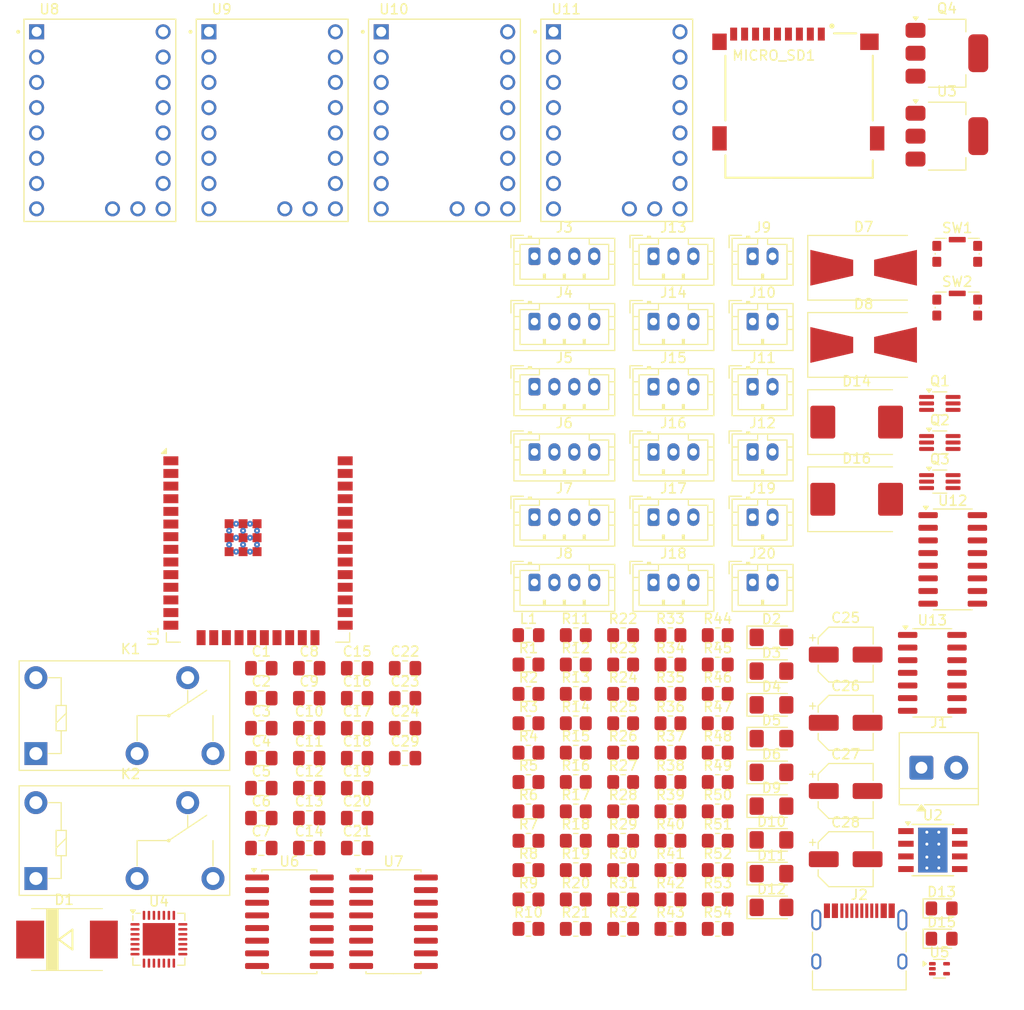
<source format=kicad_pcb>
(kicad_pcb (version 20241229) (generator "pcbnew") (generator_version "9.0")
  (layers (0 "F.Cu" signal) (2 "B.Cu" signal) (13 "F.Paste" user) (15 "B.Paste" user) (5 "F.SilkS" user "F.Silkscreen") (7 "B.SilkS" user "B.Silkscreen") (1 "F.Mask" user) (3 "B.Mask" user) (25 "Edge.Cuts" user))
  (net 0 "")
  (net 1 "GND")
  (net 2 "+3.3V")
  (net 3 "VDC")
  (net 4 "Net-(U2-SW)")
  (net 5 "Net-(U2-BOOT)")
  (net 6 "Net-(U2-COMP)")
  (net 7 "Net-(C7-Pad1)")
  (net 8 "+5V")
  (net 9 "ESP_EN")
  (net 10 "GPIO0")
  (net 11 "VBUS")
  (net 12 "I2S_MR")
  (net 13 "Net-(D2-K)")
  (net 14 "Net-(D3-K)")
  (net 15 "Net-(D3-A)")
  (net 16 "Net-(D4-A)")
  (net 17 "Net-(D4-K)")
  (net 18 "Net-(D5-K)")
  (net 19 "Net-(D5-A)")
  (net 20 "Net-(D6-K)")
  (net 21 "Net-(D6-A)")
  (net 22 "Net-(D7-A)")
  (net 23 "Net-(D8-A)")
  (net 24 "Net-(D9-A)")
  (net 25 "Net-(D10-A)")
  (net 26 "Net-(D11-A)")
  (net 27 "Net-(D12-A)")
  (net 28 "Net-(D13-A)")
  (net 29 "Net-(D14-A)")
  (net 30 "Net-(D15-A)")
  (net 31 "Net-(D16-A)")
  (net 32 "Net-(J2-CC1)")
  (net 33 "Net-(U4-D+)")
  (net 34 "Net-(U4-D-)")
  (net 35 "Net-(J2-CC2)")
  (net 36 "Net-(J3-Pin_3)")
  (net 37 "Net-(J3-Pin_2)")
  (net 38 "Net-(J3-Pin_4)")
  (net 39 "Net-(J3-Pin_1)")
  (net 40 "Net-(J4-Pin_2)")
  (net 41 "Net-(J4-Pin_3)")
  (net 42 "Net-(J4-Pin_1)")
  (net 43 "Net-(J4-Pin_4)")
  (net 44 "Net-(J5-Pin_4)")
  (net 45 "Net-(J5-Pin_3)")
  (net 46 "Net-(J5-Pin_1)")
  (net 47 "Net-(J5-Pin_2)")
  (net 48 "Net-(J6-Pin_2)")
  (net 49 "Net-(J6-Pin_4)")
  (net 50 "Net-(J6-Pin_1)")
  (net 51 "Net-(J6-Pin_3)")
  (net 52 "Net-(J9-Pin_1)")
  (net 53 "Net-(J10-Pin_1)")
  (net 54 "Net-(J11-Pin_1)")
  (net 55 "Net-(J12-Pin_1)")
  (net 56 "Net-(J13-Pin_3)")
  (net 57 "Net-(J14-Pin_3)")
  (net 58 "Net-(J15-Pin_3)")
  (net 59 "Net-(J16-Pin_3)")
  (net 60 "Net-(J17-Pin_2)")
  (net 61 "Net-(J17-Pin_1)")
  (net 62 "Net-(J17-Pin_3)")
  (net 63 "Net-(J18-Pin_3)")
  (net 64 "Net-(J18-Pin_1)")
  (net 65 "Net-(J18-Pin_2)")
  (net 67 "MOSI")
  (net 69 "MISO")
  (net 70 "SD_CS")
  (net 71 "SCK")
  (net 73 "Net-(Q1A-B1)")
  (net 74 "DTR")
  (net 75 "RST")
  (net 76 "Net-(Q1B-B2)")
  (net 77 "Net-(Q2B-B2)")
  (net 78 "Net-(Q3B-B2)")
  (net 79 "Net-(Q4A-G1)")
  (net 80 "Net-(U2-RT{slash}CLK)")
  (net 81 "Net-(U2-FB)")
  (net 82 "Net-(R9-Pad1)")
  (net 83 "Net-(R10-Pad1)")
  (net 84 "IN_1")
  (net 85 "Net-(R13-Pad1)")
  (net 86 "Net-(R14-Pad1)")
  (net 87 "IN_2")
  (net 88 "Net-(R16-Pad1)")
  (net 89 "IN_3")
  (net 90 "I2S_BCK")
  (net 91 "Z_DIAG")
  (net 92 "A_DIAG")
  (net 93 "Y_DIAG")
  (net 94 "X_DIAG")
  (net 95 "X_SETP")
  (net 96 "Y_SETP")
  (net 97 "Z_SETP")
  (net 98 "A_SETP")
  (net 99 "Net-(R31-Pad1)")
  (net 100 "IN_4")
  (net 101 "Net-(R33-Pad2)")
  (net 102 "Net-(R34-Pad2)")
  (net 103 "Net-(R35-Pad2)")
  (net 104 "Net-(R36-Pad2)")
  (net 105 "Net-(R41-Pad2)")
  (net 106 "PWM_1")
  (net 107 "PWM_2")
  (net 108 "Net-(R43-Pad2)")
  (net 109 "PWM_3")
  (net 110 "Net-(R45-Pad2)")
  (net 111 "PWM_4")
  (net 112 "Net-(R47-Pad2)")
  (net 113 "RELAY1")
  (net 114 "RELAY2")
  (net 115 "SW1")
  (net 116 "SW2")
  (net 117 "Net-(Q4B-G2)")
  (net 125 "I2S_DATA")
  (net 126 "I2S_WS")
  (net 127 "RX0")
  (net 128 "TX0")
  (net 129 "GPIO25")
  (net 150 "Y_CS")
  (net 151 "X_CS")
  (net 152 "Y_STEP")
  (net 153 "AHCT2")
  (net 154 "Y_EN")
  (net 155 "X_DIR")
  (net 156 "X_EN")
  (net 157 "Y_DIR")
  (net 158 "Z_DIR")
  (net 159 "A_EN")
  (net 160 "Z_EN")
  (net 161 "Z_STEP")
  (net 162 "A_DIR")
  (net 163 "Z_CS")
  (net 165 "A_CS")
  (net 166 "A_STEP")
  (footprint "Capacitor_SMD:C_0805_2012Metric_Pad1.18x1.45mm_HandSolder" (layer "F.Cu") (at 110.29 130.11)
    (property "Reference" "C7")
    (property "Value" "6.8nF")
  )
  (footprint "Resistor_SMD:R_0805_2012Metric_Pad1.20x1.40mm_HandSolder" (layer "F.Cu") (at 156.11 123.48)
    (property "Reference" "R49")
    (property "Value" "1k")
  )
  (footprint "Capacitor_SMD:C_0805_2012Metric_Pad1.18x1.45mm_HandSolder" (layer "F.Cu") (at 119.91 130.11)
    (property "Reference" "C21")
    (property "Value" "100nF")
  )
  (footprint "Connector_JST:JST_PH_B2B-PH-K_1x02_P2.00mm_Vertical" (layer "F.Cu") (at 159.61 83.78)
    (property "Reference" "J11")
    (property "Value" "Conn_01x02_Socket")
  )
  (footprint "Connector_JST:JST_PH_B2B-PH-K_1x02_P2.00mm_Vertical" (layer "F.Cu") (at 159.61 103.43)
    (property "Reference" "J20")
    (property "Value" "Conn_01x02_Pin")
  )
  (footprint "LED_SMD:LED_0805_2012Metric_Pad1.15x1.40mm_HandSolder" (layer "F.Cu") (at 178.585 136.175)
    (property "Reference" "D13")
    (property "Value" "LED")
  )
  (footprint "Capacitor_SMD:C_0805_2012Metric_Pad1.18x1.45mm_HandSolder" (layer "F.Cu") (at 110.29 124.09)
    (property "Reference" "C5")
    (property "Value" "100nF")
  )
  (footprint "Resistor_SMD:R_0805_2012Metric_Pad1.20x1.40mm_HandSolder" (layer "F.Cu") (at 146.61 135.28)
    (property "Reference" "R31")
    (property "Value" "1k")
  )
  (footprint "Capacitor_SMD:C_0805_2012Metric_Pad1.18x1.45mm_HandSolder" (layer "F.Cu") (at 110.29 127.1)
    (property "Reference" "C6")
    (property "Value" "39pF")
  )
  (footprint "Resistor_SMD:R_0805_2012Metric_Pad1.20x1.40mm_HandSolder" (layer "F.Cu") (at 141.86 120.53)
    (property "Reference" "R15")
    (property "Value" "10k")
  )
  (footprint "Resistor_SMD:R_0805_2012Metric_Pad1.20x1.40mm_HandSolder" (layer "F.Cu") (at 151.36 123.48)
    (property "Reference" "R38")
    (property "Value" "6.8k")
  )
  (footprint "LED_SMD:LED_0805_2012Metric_Pad1.15x1.40mm_HandSolder" (layer "F.Cu") (at 178.585 139.215)
    (property "Reference" "D15")
    (property "Value" "LED")
  )
  (footprint "Resistor_SMD:R_0805_2012Metric_Pad1.20x1.40mm_HandSolder" (layer "F.Cu") (at 156.11 132.33)
    (property "Reference" "R52")
    (property "Value" "R")
  )
  (footprint "Resistor_SMD:R_0805_2012Metric_Pad1.20x1.40mm_HandSolder" (layer "F.Cu") (at 137.11 129.38)
    (property "Reference" "R7")
    (property "Value" "R")
  )
  (footprint "Relay_THT:Relay_SPDT_Omron-G5Q-1" (layer "F.Cu") (at 87.66 120.62)
    (property "Reference" "K1")
    (property "Value" "Relay_SPDT")
  )
  (footprint "Resistor_SMD:R_0805_2012Metric_Pad1.20x1.40mm_HandSolder" (layer "F.Cu") (at 137.11 135.28)
    (property "Reference" "R9")
    (property "Value" "1k")
  )
  (footprint "Capacitor_SMD:C_0805_2012Metric_Pad1.18x1.45mm_HandSolder" (layer "F.Cu") (at 124.72 121.08)
    (property "Reference" "C29")
    (property "Value" "C")
  )
  (footprint "LED_SMD:LED_1206_3216Metric_Pad1.42x1.75mm_HandSolder" (layer "F.Cu") (at 161.505 108.95)
    (property "Reference" "D2")
    (property "Value" "LED")
  )
  (footprint "LED_SMD:LED_1206_3216Metric_Pad1.42x1.75mm_HandSolder" (layer "F.Cu") (at 161.505 122.51)
    (property "Reference" "D6")
    (property "Value" "LED")
  )
  (footprint "LED_SMD:LED_1206_3216Metric_Pad1.42x1.75mm_HandSolder" (layer "F.Cu") (at 161.505 129.29)
    (property "Reference" "D10")
    (property "Value" "LED")
  )
  (footprint "Capacitor_SMD:C_0805_2012Metric_Pad1.18x1.45mm_HandSolder" (layer "F.Cu") (at 119.91 112.05)
    (property "Reference" "C15")
    (property "Value" "10nF")
  )
  (footprint "TF-01A:TF-01A" (layer "F.Cu") (at 164.275 55.535)
    (property "Reference" "MICRO_SD1")
    (property "Value" "TF-01A")
  )
  (footprint "Resistor_SMD:R_0805_2012Metric_Pad1.20x1.40mm_HandSolder" (layer "F.Cu") (at 151.36 132.33)
    (property "Reference" "R41")
    (property "Value" "1k")
  )
  (footprint "Package_SO:SOIC-14_3.9x8.7mm_P1.27mm" (layer "F.Cu") (at 177.65 112.515)
    (property "Reference" "U13")
    (property "Value" "74AHCT125")
  )
  (footprint "Resistor_SMD:R_0805_2012Metric_Pad1.20x1.40mm_HandSolder" (layer "F.Cu") (at 137.11 123.48)
    (property "Reference" "R5")
    (property "Value" "6.8k")
  )
  (footprint "Connector_JST:JST_PH_B3B-PH-K_1x03_P2.00mm_Vertical" (layer "F.Cu") (at 149.66 83.78)
    (property "Reference" "J15")
    (property "Value" "Conn_01x03_Pin")
  )
  (footprint "Resistor_SMD:R_0805_2012Metric_Pad1.20x1.40mm_HandSolder" (layer "F.Cu") (at 151.36 138.23)
    (property "Reference" "R43")
    (property "Value" "1k")
  )
  (footprint "Resistor_SMD:R_0805_2012Metric_Pad1.20x1.40mm_HandSolder" (layer "F.Cu") (at 137.11 117.58)
    (property "Reference" "R3")
    (property "Value" "270k")
  )
  (footprint "TerminalBlock_4Ucon:TerminalBlock_4Ucon_1x02_P3.50mm_Horizontal" (layer "F.Cu") (at 176.55 122.04)
    (property "Reference" "J1")
    (property "Value" "Screw_Terminal_01x02")
  )
  (footprint "TMC2209:MODULE_TMC2209_SILENTSTEPSTICK" (layer "F.Cu") (at 111.38 57.02)
    (property "Reference" "U9")
    (property "Value" "DRV_Y")
  )
  (footprint "Resistor_SMD:R_0805_2012Metric_Pad1.20x1.40mm_HandSolder" (layer "F.Cu") (at 141.86 117.58)
    (property "Reference" "R14")
    (property "Value" "1k")
  )
  (footprint "Connector_JST:JST_PH_B2B-PH-K_1x02_P2.00mm_Vertical" (layer "F.Cu") (at 159.61 96.88)
    (property "Reference" "J19")
    (property "Value" "Conn_01x02_Pin")
  )
  (footprint "Package_TO_SOT_SMD:SOT-223-3_TabPin2" (layer "F.Cu") (at 179.11 50.285)
    (property "Reference" "Q4")
    (property "Value" "FDS4559")
  )
  (footprint "TMC2209:MODULE_TMC2209_SILENTSTEPSTICK" (layer "F.Cu") (at 145.97 57.02)
    (property "Reference" "U11")
    (property "Value" "DRV_A")
  )
  (footprint "Resistor_SMD:R_0805_2012Metric_Pad1.20x1.40mm_HandSolder" (layer "F.Cu") (at 151.36 108.73)
    (property "Reference" "R33")
    (property "Value" "300")
  )
  (footprint "Connector_JST:JST_PH_B4B-PH-K_1x04_P2.00mm_Vertical" (layer "F.Cu") (at 137.71 90.33)
    (property "Reference" "J6")
    (property "Value" "MOT_A")
  )
  (footprint "Package_DFN_QFN:QFN-28-1EP_5x5mm_P0.5mm_EP3.25x3.25mm" (layer "F.Cu") (at 100.01 139.27)
    (property "Reference" "U4")
    (property "Value" "CP2102N-Axx-xQFN28")
  )
  (footprint "lib:SMC" (layer "F.Cu") (at 90.785 139.3008)
    (property "Reference" "D1")
    (property "Value" "B560C-13-F")
  )
  (footprint "Capacitor_SMD:C_0805_2012Metric_Pad1.18x1.45mm_HandSolder" (layer "F.Cu") (at 110.29 112.05)
    (property "Reference" "C1")
    (property "Value" "10uF")
  )
  (footprint "Resistor_SMD:R_0805_2012Metric_Pad1.20x1.40mm_HandSolder" (layer "F.Cu") (at 141.86 138.23)
    (property "Reference" "R21")
    (property "Value" "10k")
  )
  (footprint "Resistor_SMD:R_0805_2012Metric_Pad1.20x1.40mm_HandSolder" (layer "F.Cu") (at 146.61 129.38)
    (property "Reference" "R29")
    (property "Value" "6.8k")
  )
  (footprint "Resistor_SMD:R_0805_2012Metric_Pad1.20x1.40mm_HandSolder" (layer "F.Cu") (at 146.61 132.33)
    (property "Reference" "R30")
    (property "Value" "6.8k")
  )
  (footprint "Capacitor_SMD:C_0805_2012Metric_Pad1.18x1.45mm_HandSolder" (layer "F.Cu") (at 115.1 124.09)
    (property "Reference" "C12")
    (property "Value" "100nF")
  )
  (footprint "Resistor_SMD:R_0805_2012Metric_Pad1.20x1.40mm_HandSolder" (layer "F.Cu") (at 141.86 135.28)
    (property "Reference" "R20")
    (property "Value" "10k")
  )
  (footprint "Resistor_SMD:R_0805_2012Metric_Pad1.20x1.40mm_HandSolder" (layer "F.Cu") (at 151.36 126.43)
    (property "Reference" "R39")
    (property "Value" "6.8k")
  )
  (footprint "Capacitor_SMD:C_0805_2012Metric_Pad1.18x1.45mm_HandSolder" (layer "F.Cu") (at 115.1 118.07)
    (property "Reference" "C10")
    (property "Value" "10uF")
  )
  (footprint "Package_SO:SOIC-16_3.9x9.9mm_P1.27mm" (layer "F.Cu") (at 179.7 101.12)
    (property "Reference" "U12")
    (property "Value" "TLP521-4")
  )
  (footprint "Connector_JST:JST_PH_B3B-PH-K_1x03_P2.00mm_Vertical" (layer "F.Cu") (at 149.66 96.88)
    (property "Reference" "J17")
    (property "Value" "Conn_01x03_Pin")
  )
  (footprint "Resistor_SMD:R_0805_2012Metric_Pad1.20x1.40mm_HandSolder" (layer "F.Cu") (at 137.11 126.43)
    (property "Reference" "R6")
    (property "Value" "R")
  )
  (footprint "Resistor_SMD:R_0805_2012Metric_Pad1.20x1.40mm_HandSolder" (layer "F.Cu") (at 146.61 123.48)
    (property "Reference" "R27")
    (property "Value" "6.8k")
  )
  (footprint "Resistor_SMD:R_0805_2012Metric_Pad1.20x1.40mm_HandSolder" (layer "F.Cu") (at 156.11 138.23)
    (property "Reference" "R54")
    (property "Value" "R")
  )
  (footprint "Resistor_SMD:R_0805_2012Metric_Pad1.20x1.40mm_HandSolder" (layer "F.Cu") (at 141.86 123.48)
    (property "Reference" "R16")
    (property "Value" "1k")
  )
  (footprint "Resistor_SMD:R_0805_2012Metric_Pad1.20x1.40mm_HandSolder" (layer "F.Cu") (at 141.86 126.43)
    (property "Reference" "R17")
    (property "Value" "10k")
  )
  (footprint "Resistor_SMD:R_0805_2012Metric_Pad1.20x1.40mm_HandSolder" (layer "F.Cu") (at 141.86 129.38)
    (property "Reference" "R18")
    (property "Value" "5.1k")
  )
  (footprint "Resistor_SMD:R_0805_2012Metric_Pad1.20x1.40mm_HandSolder" (layer "F.Cu") (at 156.11 135.28)
    (property "Reference" "R53")
    (property "Value" "R")
  )
  (footprint "Package_SO:SOIC-16W_5.3x10.2mm_P1.27mm" (layer "F.Cu") (at 123.56 137.51)
    (property "Reference" "U7")
    (property "Value" "74AHCT595")
  )
  (footprint "Resistor_SMD:R_0805_2012Metric_Pad1.20x1.40mm_HandSolder" (layer "F.Cu") (at 137.11 120.53)
    (property "Reference" "R4")
    (property "Value" "51k")
  )
  (footprint "Resistor_SMD:R_0805_2012Metric_Pad1.20x1.40mm_HandSolder" (layer "F.Cu") (at 156.11 117.58)
    (property "Reference" "R47")
    (property "Value" "1k")
  )
  (footprint "RF_Module:ESP32-WROOM-32E" (layer "F.Cu") (at 109.96 96.48)
    (property "Reference" "U1")
    (property "Value" "ESP32-WROOM-32E")
  )
  (footprint "Connector_JST:JST_PH_B4B-PH-K_1x04_P2.00mm_Vertical" (layer "F.Cu") (at 137.71 70.68)
    (property "Reference" "J3")
    (property "Value" "MOT_XA")
  )
  (footprint "Resistor_SMD:R_0805_2012Metric_Pad1.20x1.40mm_HandSolder" (layer "F.Cu") (at 151.36 120.53)
    (property "Reference" "R37")
    (property "Value" "6.8k")
  )
  (footprint "Package_TO_SOT_SMD:SOT-363_SC-70-6_Handsoldering" (layer "F.Cu") (at 178.4 85.455)
    (property "Reference" "Q1")
    (property "Value" "PMBT3904YS")
  )
  (footprint "Button_Switch_SMD:SW_SPST_CK_KMS2xxGP" (layer "F.Cu") (at 180.15 75.83)
    (property "Reference" "SW2")
    (property "Value" "Boot")
  )
  (footprint "Package_TO_SOT_SMD:SOT-363_SC-70-6_Handsoldering" (layer "F.Cu") (at 178.4 93.305)
    (property "Reference" "Q3")
    (property "Value" "PMBT3904YS")
  )
  (footprint "Package_TO_SOT_SMD:SOT-223-3_TabPin2" (layer "F.Cu") (at 179.11 58.61)
    (property "Reference" "U3")
    (property "Value" "AMS1117-3.3")
  )
  (footprint "Package_SO:TI_SO-PowerPAD-8_ThermalVias" (layer "F.Cu") (at 177.7 130.315)
    (property "Reference" "U2")
    (property "Value" "TPS54360DDA")
  )
  (footprint "Capacitor_SMD:C_0805_2012Metric_Pad1.18x1.45mm_HandSolder" (layer "F.Cu") (at 115.1 115.06)
    (property "Reference" "C9")
    (property "Value" "47uF")
  )
  (footprint "Resistor_SMD:R_0805_2012Metric_Pad1.20x1.40mm_HandSolder" (layer "F.Cu") (at 146.61 126.43)
    (property "Reference" "R28")
    (property "Value" "6.8k")
  )
  (footprint "Capacitor_SMD:C_0805_2012Metric_Pad1.18x1.45mm_HandSolder" (layer "F.Cu") (at 119.91 127.1)
    (property "Reference" "C20")
    (property "Value" "100nF")
  )
  (footprint "Resistor_SMD:R_0805_2012Metric_Pad1.20x1.40mm_HandSolder" (layer "F.Cu") (at 151.36 129.38)
    (property "Reference" "R40")
    (property "Value" "6.8k")
  )
  (footprint "Connector_JST:JST_PH_B3B-PH-K_1x03_P2.00mm_Vertical" (layer "F.Cu") (at 149.66 103.43)
    (property "Reference" "J18")
    (property "Value" "Conn_01x03_Pin")
  )
  (footprint "Resistor_SMD:R_0805_2012Metric_Pad1.20x1.40mm_HandSolder" (layer "F.Cu") (at 146.61 120.53)
    (property "Reference" "R26")
    (property "Value" "10k")
  )
  (footprint "Diode_SMD:D_SMC" (layer "F.Cu") (at 170.055 87.33)
    (property "Reference" "D14")
    (property "Value" "B340")
  )
  (footprint "Package_TO_SOT_SMD:SOT-553" (layer "F.Cu") (at 178.365 142.23)
    (property "Reference" "U5")
    (property "Value" "TPD3E001DRLR")
  )
  (footprint "Capacitor_SMD:CP_Elec_5x3" (layer "F.Cu") (at 168.95 110.68)
    (property "Reference" "C25")
    (property "Value" "300uF")
  )
  (footprint "Resistor_SMD:R_0805_2012Metric_Pad1.20x1.40mm_HandSolder" (layer "F.Cu") (at 141.86 114.63)
    (property "Reference" "R13")
    (property "Value" "1k")
  )
  (footprint "Capacitor_SMD:C_0805_2012Metric_Pad1.18x1.45mm_HandSolder" (layer "F.Cu") (at 110.29 121.08)
    (property "Reference" "C4")
    (property "Value" "2.2uF")
  )
  (footprint "Connector_JST:JST_PH_B2B-PH-K_1x02_P2.00mm_Vertical" (layer "F.Cu") (at 159.61 90.33)
    (property "Reference" "J12")
    (property "Value" "Conn_01x02_Socket")
  )
  (footprint "Connector_JST:JST_PH_B4B-PH-K_1x04_P2.00mm_Vertical" (layer "F.Cu") (at 137.71 96.88)
    (property "Reference" "J7")
    (property "Value" "MOT_YB")
  )
  (footprint "LED_SMD:LED_1206_3216Metric_Pad1.42x1.75mm_HandSolder" (layer "F.Cu") (at 161.505 112.34)
    (property "Reference" "D3")
    (property "Value" "LED")
  )
  (footprint "Connector_JST:JST_PH_B3B-PH-K_1x03_P2.00mm_Vertical" (layer "F.Cu") (at 149.66 90.33)
    (property "Reference" "J16")
    (property "Value" "Conn_01x03_Pin")
  )
  (footprint "Capacitor_SMD:C_0805_2012Metric_Pad1.18x1.45mm_HandSolder" (layer "F.Cu") (at 124.72 112.05)
    (property "Reference" "C22")
    (property "Value" "100nF")
  )
  (footprint "Capacitor_SMD:C_0805_2012Metric_Pad1.18x1.45mm_HandSolder" (layer "F.Cu") (at 119.91 118.07)
    (property "Reference" "C17")
    (property "Value" "10nF")
  )
  (footprint "Resistor_SMD:R_0805_2012Metric_Pad1.20x1.40mm_HandSolder" (layer "F.Cu") (at 156.11 120.53)
    (property "Reference" "R48")
    (property "Value" "10k")
  )
  (footprint "Resistor_SMD:R_0805_2012Metric_Pad1.20x1.40mm_HandSolder" (layer "F.Cu") (at 141.86 108.73)
    (property "Reference" "R11")
    (property "Value" "10k")
  )
  (footprint "Resistor_SMD:R_0805_2012Metric_Pad1.20x1.40mm_HandSolder" (layer "F.Cu") (at 156.11 111.68)
    (property "Reference" "R45")
    (property "Value" "1k")
  )
  (footprint "Resistor_SMD:R_0805_2012Metric_Pad1.20x1.40mm_HandSolder" (layer "F.Cu") (at 151.36 135.28)
    (property "Reference" "R42")
    (property "Value" "10k")
  )
  (footprint "Connector_JST:JST_PH_B4B-PH-K_1x04_P2.00mm_Vertical" (layer "F.Cu") (at 137.71 103.43)
    (property "Reference" "J8")
    (property "Value" "MOT_XB")
  )
  (footprint "Capacitor_SMD:C_0805_2012Metric_Pad1.18x1.45mm_HandSolder" (layer "F.Cu") (at 110.29 115.06)
    (property "Reference" "C2")
    (property "Value" "100nF")
  )
  (footprint "Capacitor_SMD:CP_Elec_5x3" (layer "F.Cu") (at 168.95 124.38)
    (property "Reference" "C27")
    (property "Value" "300uF")
  )
  (footprint "Resistor_SMD:R_0805_2012Metric_Pad1.20x1.40mm_HandSolder" (layer "F.Cu") (at 141.86 111.68)
    (property "Reference" "R12")
    (property "Value" "10k")
  )
  (footprint "Resistor_SMD:R_0805_2012Metric_Pad1.20x1.40mm_HandSolder" (layer "F.Cu") (at 137.11 111.68)
    (property "Reference" "R1")
    (property "Value" "100k")
  )
  (footprint "Package_TO_SOT_SMD:SOT-363_SC-70-6_Handsoldering" (layer "F.Cu") (at 178.4 89.38)
    (property "Reference" "Q2")
    (property "Value" "PMBT3904YS")
  )
  (footprint "Capacitor_SMD:C_0805_2012Metric_Pad1.18x1.45mm_HandSolder" (layer "F.Cu") (at 115.1 112.05)
    (property "Reference" "C8")
    (property "Value" "47uF")
  )
  (footprint "Resistor_SMD:R_0805_2012Metric_Pad1.20x1.40mm_HandSolder" (layer "F.Cu") (at 146.61 111.68)
    (property "Reference" "R23")
    (property "Value" "10k")
  )
  (footprint "Capacitor_SMD:C_0805_2012Metric_Pad1.18x1.45mm_HandSolder" (layer "F.Cu") (at 115.1 130.11)
    (property "Reference" "C14")
    (property "Value" "100nF")
  )
  (footprint "Connector_JST:JST_PH_B3B-PH-K_1x03_P2.00mm_Vertical" (layer "F.Cu") (at 149.66 70.68)
    (property "Reference" "J13")
    (property "Value" "Conn_01x03_Pin")
  )
  (footprint "Diode_SMD:D_SMB-SMC_Universal_Handsoldering" (layer "F.Cu") (at 170.755 71.83)
    (property "Reference" "D7")
    (property "Value" "B340")
  )
  (footprint "Capacitor_SMD:C_0805_2012Metric_Pad1.18x1.45mm_HandSolder" (layer "F.Cu") (at 115.1 121.08)
    (property "Reference" "C11")
    (property "Value" "10uF")
  )
  (footprint "Capacitor_SMD:C_0805_2012Metric_Pad1.18x1.45mm_HandSolder" (layer "F.Cu") (at 110.29 118.07)
    (property "Reference" "C3")
    (property "Value" "2.2uF")
  )
  (footprint "Resistor_SMD:R_0805_2012Metric_Pad1.20x1.40mm_HandSolder" (layer "F.Cu") (at 146.61 138.23)
    (property "Reference" "R32")
    (property "Value" "10k")
  )
  (footprint "Resistor_SMD:R_0805_2012Metric_Pad1.20x1.40mm_HandSolder" (layer "F.Cu") (at 137.11 132.33)
    (property "Reference" "R8")
    (property "Value" "10k")
  )
  (footprint "Connector_JST:JST_PH_B3B-PH-K_1x03_P2.00mm_Vertical" (layer "F.Cu") (at 149.66 77.23)
    (property "Reference" "J14")
    (property "Value" "Conn_01x03_Pin")
  )
  (footprint "Capacitor_SMD:C_0805_2012Metric_Pad1.18x1.45mm_HandSolder" (layer "F.Cu") (at 119.91 121.08)
    (property "Reference" "C18")
    (property "Value" "100nF")
  )
  (footprint "Resistor_SMD:R_0805_2012Metric_Pad1.20x1.40mm_HandSolder" (layer "F.Cu") (at 156.11 108.73)
    (property "Reference" "R44")
    (property "Value" "10k")
  )
  (footprint "Resistor_SMD:R_0805_2012Metric_Pad1.20x1.40mm_HandSolder" (layer "F.Cu") (at 156.11 126.43)
    (property "Reference" "R50")
    (property "Value" "1k")
  )
  (footprint "Resistor_SMD:R_0805_2012Metric_Pad1.20x1.40mm_HandSolder" (layer "F.Cu") (at 151.36 111.68)
    (property "Reference" "R34")
    (property "Value" "300")
  )
  (footprint "Resistor_SMD:R_0805_2012Metric_Pad1.20x1.40mm_HandSolder" (layer "F.Cu") (at 146.61 117.58)
    (property "Reference" "R25")
    (property "Value" "10k")
  )
  (footprint "Capacitor_SMD:C_0805_2012Metric_Pad1.18x1.45mm_HandSolder" (layer "F.Cu") (at 119.91 115.06)
    (property "Reference" "C16")
    (property "Value" "100nF")
  )
  (footprint "TMC2209:MODULE_TMC2209_SILENTSTEPSTICK" (layer "F.Cu") (at 128.675 57.02)
    (property "Reference" "U10")
    (property "Value" "DRV_Z")
  )
  (footprint "Resistor_SMD:R_0805_2012Metric_Pad1.20x1.40mm_HandSolder" (layer "F.Cu") (at 141.86 132.33)
    (property "Reference" "R19")
    (property "Value" "5.1k")
  )
  (footprint "Resistor_SMD:R_0805_2012Metric_Pad1.20x1.40mm_HandSolder" (layer "F.Cu") (at 146.61 108.73)
    (property "Reference" "R22")
    (property "Value" "10k")
  )
  (footprint "Capacitor_SMD:C_0805_2012Metric_Pad1.18x1.45mm_HandSolder" (layer "F.Cu") (at 115.1 127.1)
    (property "Reference" "C13")
    (property "Value" "100nF")
  )
  (footprint "TMC2209:MODULE_TMC2209_SILENTSTEPSTICK" (layer "F.Cu") (at 94.085 57.02)
    (property "Reference" "U8")
    (property "Value" "DRV_X")
  )
  (footprint "LED_SMD:LED_1206_3216Metric_Pad1.42x1.75mm_HandSolder" (layer "F.Cu") (at 161.505 132.68)
    (property "Reference" "D11")
    (property "Value" "LED")
  )
  (footprint "Capacitor_SMD:CP_Elec_5x3" (layer "F.Cu") (at 168.95 131.23)
    (property "Reference" "C28")
    (property "Value" "300uF")
  )
  (footprint "Capacitor_SMD:C_0805_2012Metric_Pad1.18x1.45mm_HandSolder" (layer "F.Cu") (at 119.91 124.09)
    (property "Reference" "C19")
    (property "Value" "100nF")
  )
  (footprint "Connector_JST:JST_PH_B4B-PH-K_1x04_P2.00mm_Vertical" (layer "F.Cu") (at 137.71 83.78)
    (property "Reference" "J5")
    (property "Value" "MOT_Z")
  )
  (footprint "Resistor_SMD:R_0805_2012Metric_Pad1.20x1.40mm_HandSolder" (layer "F.Cu") (at 146.61 114.63)
    (property "Reference" "R24")
    (property "Value" "10k")
  )
  (footprint "LED_SMD:LED_1206_3216Metric_Pad1.42x1.75mm_HandSolder" (layer "F.Cu") (at 161.505 125.9)
    (property "Reference" "D9")
    (property "Value" "LED")
  )
  (footprint "Diode_SMD:D_SMB-SMC_Universal_Handsoldering" (layer "F.Cu") (at 170.755 79.58)
    (property "Reference" "D8")
    (property "Value" "B340")
  )
  (footprint "LED_SMD:LED_1206_3216Metric_Pad1.42x1.75mm_HandSolder" (layer "F.Cu") (at 161.505 119.12)
    (property "Reference" "D5")
    (property "Value" "LED")
  )
  (footprint "Connector_JST:JST_PH_B4B-PH-K_1x04_P2.00mm_Vertical" (layer "F.Cu") (at 137.71 77.23)
    (property "Reference" "J4")
    (property "Value" "MOT_YA")
  )
  (footprint "Resistor_SMD:R_0805_2012Metric_Pad1.20x1.40mm_HandSolder" (layer "F.Cu") (at 151.36 114.63)
    (property "Reference" "R35")
    (property "Value" "300")
  )
  (footprint "Connector_JST:JST_PH_B2B-PH-K_1x02_P2.00mm_Vertical" (layer "F.Cu") (at 159.61 77.23)
    (property "Reference" "J10")
    (property "Value" "Conn_01x02_Socket")
  )
  (footprint "LED_SMD:LED_1206_3216Metric_Pad1.42x1.75mm_HandSolder" (layer "F.Cu") (at 161.505 115.73)
    (property "Reference" "D4")
    (property "Value" "LED")
  )
  (footprint "Resistor_SMD:R_0805_2012Metric_Pad1.20x1.40mm_HandSolder" (layer "F.Cu") (at 137.11 138.23)
    (property "Reference" "R10")
    (property "Value" "1k")
  )
  (footprint "Diode_SMD:D_SMC" (layer "F.Cu") (at 170.055 95.08)
    (property "Reference" "D16")
    (property "Value" "B340")
  )
  (footprint "Button_Switch_SMD:SW_SPST_CK_KMS2xxGP" (layer "F.Cu") (at 180.15 70.43)
    (property "Reference" "SW1")
    (property "Value" "Reset")
  )
  (footprint "Package_SO:SOIC-16W_5.3x10.2mm_P1.27mm" (layer "F.Cu") (at 113.11 137.51)
    (property "Reference" "U6")
    (property "Value" "74AHCT595")
  )
  (footprint "Relay_THT:Relay_SPDT_Omron-G5Q-1" (layer "F.Cu") (at 87.66 133.17)
    (property "Reference" "K2")
    (property "Value" "Relay_SPDT")
  )
  (footprint "Resistor_SMD:R_0805_2012Metric_Pad1.20x1.40mm_HandSolder" (layer "F.Cu") (at 156.11 129.38)
    (property "Reference" "R51")
    (property "Value" "R")
  )
  (footprint "Capacitor_SMD:CP_Elec_5x3" (layer "F.Cu") (at 168.95 117.53)
    (property "Reference" "C26")
    (property "Value" "300uF")
  )
  (footprint "Capacitor_SMD:C_0805_2012Metric_Pad1.18x1.45mm_HandSolder" (layer "F.Cu") (at 124.72 118.07)
    (property "Reference" "C24")
    (property "Value" "100nF")
  )
  (footprint "Resistor_SMD:R_0805_2012Metric_Pad1.20x1.40mm_HandSolder" (layer "F.Cu") (at 156.11 114.63)
    (property "Reference" "R46")
    (property "Value" "10k")
  )
  (footprint "Resistor_SMD:R_0805_2012Metric_Pad1.20x1.40mm_HandSolder" (layer "F.Cu") (at 137.11 114.63)
    (property "Reference" "R2")
    (property "Value" "13k")
  )
  (footprint "Connector_USB:USB_C_Receptacle_HRO_TYPE-C-31-M-12" (layer "F.Cu") (at 170.32 140.45)
    (property "Reference" "J2")
    (property "Value" "USB_C_Receptacle_USB2.0_14P")
  )
  (footprint "LED_SMD:LED_1206_3216Metric_Pad1.42x1.75mm_HandSolder" (layer "F.Cu") (at 161.505 136.07)
    (property "Reference" "D12")
    (property "Value" "LED")
  )
  (footprint "Capacitor_SMD:C_0805_2012Metric_Pad1.18x1.45mm_HandSolder" (layer "F.Cu") (at 124.72 115.06)
    (property "Reference" "C23")
    (property "Value" "100nF")
  )
  (footprint "Resistor_SMD:R_0805_2012Metric_Pad1.20x1.40mm_HandSolder" (layer "F.Cu") (at 151.36 117.58)
    (property "Reference" "R36")
    (property "Value" "300")
  )
  (footprint "Connector_JST:JST_PH_B2B-PH-K_1x02_P2.00mm_Vertical" (layer "F.Cu") (at 159.61 70.68)
    (property "Reference" "J9")
    (property "Value" "Conn_01x02_Socket")
  )
  (footprint "Inductor_SMD:L_0805_2012Metric_Pad1.15x1.40mm_HandSolder" (layer "F.Cu") (at 137.11 108.73)
    (property "Reference" "L1")
    (property "Value" "10uH")
  )
)
</source>
